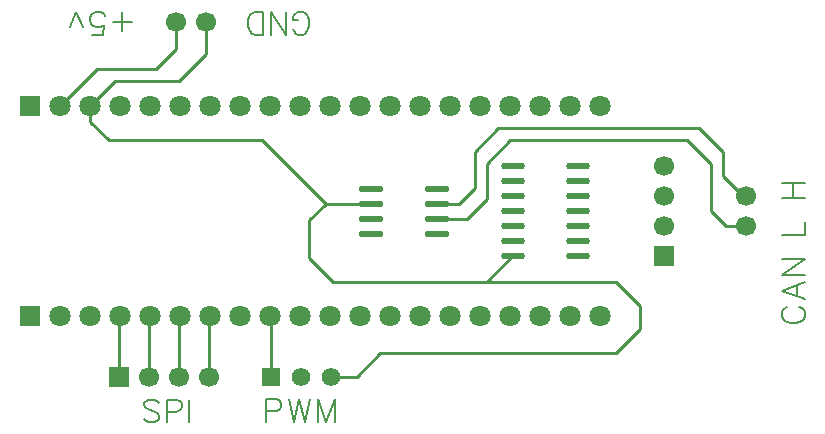
<source format=gtl>
G04 Layer: TopLayer*
G04 EasyEDA v6.5.50, 2025-06-24 16:33:47*
G04 5496cec8b1eb4744bb4034f485f85566,07aaf3ec58ed4e568cacc845e37e2e79,10*
G04 Gerber Generator version 0.2*
G04 Scale: 100 percent, Rotated: No, Reflected: No *
G04 Dimensions in millimeters *
G04 leading zeros omitted , absolute positions ,4 integer and 5 decimal *
%FSLAX45Y45*%
%MOMM*%

%ADD10C,0.2032*%
%ADD11C,0.2540*%
%ADD12O,2.0379944X0.5739892*%
%ADD13O,2.0450048X0.58801*%
%ADD14C,1.7000*%
%ADD15R,1.7000X1.7000*%
%ADD16R,1.8000X1.8000*%
%ADD17C,1.8000*%
%ADD18C,1.5748*%
%ADD19R,1.5748X1.5748*%
%ADD20C,0.6200*%
%ADD21C,0.0114*%

%LPD*%
D10*
X6546761Y1192552D02*
G01*
X6528219Y1183408D01*
X6509677Y1164866D01*
X6500533Y1146578D01*
X6500533Y1109494D01*
X6509677Y1090952D01*
X6528219Y1072664D01*
X6546761Y1063266D01*
X6574447Y1054122D01*
X6620675Y1054122D01*
X6648361Y1063266D01*
X6666903Y1072664D01*
X6685191Y1090952D01*
X6694589Y1109494D01*
X6694589Y1146578D01*
X6685191Y1164866D01*
X6666903Y1183408D01*
X6648361Y1192552D01*
X6500533Y1327426D02*
G01*
X6694589Y1253512D01*
X6500533Y1327426D02*
G01*
X6694589Y1401340D01*
X6629819Y1281198D02*
G01*
X6629819Y1373654D01*
X6500533Y1462300D02*
G01*
X6694589Y1462300D01*
X6500533Y1462300D02*
G01*
X6694589Y1591586D01*
X6500533Y1591586D02*
G01*
X6694589Y1591586D01*
X6500533Y1794786D02*
G01*
X6694589Y1794786D01*
X6694589Y1794786D02*
G01*
X6694589Y1905784D01*
X6500533Y2108984D02*
G01*
X6694589Y2108984D01*
X6500533Y2238270D02*
G01*
X6694589Y2238270D01*
X6592989Y2108984D02*
G01*
X6592989Y2238270D01*
X1229309Y377444D02*
G01*
X1210767Y395731D01*
X1183081Y405129D01*
X1146251Y405129D01*
X1118565Y395731D01*
X1100023Y377444D01*
X1100023Y358902D01*
X1109167Y340360D01*
X1118565Y331215D01*
X1136853Y321818D01*
X1192479Y303529D01*
X1210767Y294131D01*
X1220165Y284987D01*
X1229309Y266445D01*
X1229309Y238760D01*
X1210767Y220218D01*
X1183081Y211073D01*
X1146251Y211073D01*
X1118565Y220218D01*
X1100023Y238760D01*
X1290269Y405129D02*
G01*
X1290269Y211073D01*
X1290269Y405129D02*
G01*
X1373327Y405129D01*
X1401013Y395731D01*
X1410411Y386587D01*
X1419555Y368045D01*
X1419555Y340360D01*
X1410411Y321818D01*
X1401013Y312673D01*
X1373327Y303529D01*
X1290269Y303529D01*
X1480515Y405129D02*
G01*
X1480515Y211073D01*
X2133493Y408330D02*
G01*
X2133493Y214274D01*
X2133493Y408330D02*
G01*
X2216805Y408330D01*
X2244491Y398932D01*
X2253635Y389788D01*
X2262779Y371246D01*
X2262779Y343560D01*
X2253635Y325018D01*
X2244491Y315874D01*
X2216805Y306730D01*
X2133493Y306730D01*
X2323739Y408330D02*
G01*
X2369967Y214274D01*
X2416195Y408330D02*
G01*
X2369967Y214274D01*
X2416195Y408330D02*
G01*
X2462423Y214274D01*
X2508651Y408330D02*
G01*
X2462423Y214274D01*
X2569611Y408330D02*
G01*
X2569611Y214274D01*
X2569611Y408330D02*
G01*
X2643525Y214274D01*
X2717439Y408330D02*
G01*
X2643525Y214274D01*
X2717439Y408330D02*
G01*
X2717439Y214274D01*
X2361336Y3541115D02*
G01*
X2370734Y3522573D01*
X2389276Y3504285D01*
X2407564Y3494887D01*
X2444648Y3494887D01*
X2462936Y3504285D01*
X2481478Y3522573D01*
X2490876Y3541115D01*
X2500020Y3568801D01*
X2500020Y3615029D01*
X2490876Y3642715D01*
X2481478Y3661257D01*
X2462936Y3679799D01*
X2444648Y3688943D01*
X2407564Y3688943D01*
X2389276Y3679799D01*
X2370734Y3661257D01*
X2361336Y3642715D01*
X2361336Y3615029D01*
X2407564Y3615029D02*
G01*
X2361336Y3615029D01*
X2300376Y3494887D02*
G01*
X2300376Y3688943D01*
X2300376Y3494887D02*
G01*
X2171090Y3688943D01*
X2171090Y3494887D02*
G01*
X2171090Y3688943D01*
X2110130Y3494887D02*
G01*
X2110130Y3688943D01*
X2110130Y3494887D02*
G01*
X2045614Y3494887D01*
X2017928Y3504285D01*
X1999386Y3522573D01*
X1990242Y3541115D01*
X1980844Y3568801D01*
X1980844Y3615029D01*
X1990242Y3642715D01*
X1999386Y3661257D01*
X2017928Y3679799D01*
X2045614Y3688943D01*
X2110130Y3688943D01*
X916889Y3522573D02*
G01*
X916889Y3688943D01*
X999947Y3605885D02*
G01*
X833831Y3605885D01*
X661873Y3494887D02*
G01*
X754329Y3494887D01*
X763473Y3578199D01*
X754329Y3568801D01*
X726643Y3559657D01*
X698957Y3559657D01*
X671271Y3568801D01*
X652729Y3587343D01*
X643585Y3615029D01*
X643585Y3633571D01*
X652729Y3661257D01*
X671271Y3679799D01*
X698957Y3688943D01*
X726643Y3688943D01*
X754329Y3679799D01*
X763473Y3670401D01*
X772871Y3651859D01*
X582625Y3559657D02*
G01*
X526999Y3688943D01*
X471627Y3559657D02*
G01*
X526999Y3688943D01*
D11*
X390994Y2888993D02*
G01*
X701995Y3199993D01*
X1199997Y3199993D01*
X1372996Y3372993D01*
X1372996Y3599995D01*
X3577234Y2063495D02*
G01*
X3763492Y2063495D01*
X3899992Y2199995D01*
X3899992Y2499995D01*
X4099991Y2699994D01*
X5799988Y2699994D01*
X5999988Y2499995D01*
X5999988Y2299995D01*
X6172987Y2126995D01*
X6199987Y2126995D01*
X3577234Y1936495D02*
G01*
X3836492Y1936495D01*
X3999991Y2099995D01*
X3999991Y2399995D01*
X4199991Y2599994D01*
X5699988Y2599994D01*
X5899988Y2399995D01*
X5899988Y1999995D01*
X6026988Y1872995D01*
X6199987Y1872995D01*
X644994Y2888993D02*
G01*
X855995Y3099993D01*
X1399997Y3099993D01*
X1626996Y3326993D01*
X1626996Y3599995D01*
X898994Y1110998D02*
G01*
X888997Y1101001D01*
X888997Y599998D01*
X1152994Y1110998D02*
G01*
X1142997Y1101001D01*
X1142997Y599998D01*
X1406994Y1110998D02*
G01*
X1396997Y1101001D01*
X1396997Y599998D01*
X1660994Y1110998D02*
G01*
X1650997Y1101001D01*
X1650997Y599998D01*
X2171694Y599998D02*
G01*
X2171694Y1108298D01*
X2168994Y1110998D01*
X3999991Y1399997D02*
G01*
X5099989Y1399997D01*
X5299989Y1199997D01*
X5299989Y999997D01*
X5099989Y799998D01*
X3099993Y799998D01*
X2899994Y599998D01*
X2679694Y599998D01*
X2636520Y2063495D02*
G01*
X2100021Y2599994D01*
X799998Y2599994D01*
X644994Y2754998D01*
X644994Y2888993D01*
X3022752Y2063495D02*
G01*
X2636520Y2063495D01*
X2499995Y1926970D01*
X2499995Y1599996D01*
X2699994Y1399997D01*
X3999991Y1399997D01*
X4218990Y1618995D01*
X4223075Y1618995D01*
D12*
G01*
X4223075Y2380995D03*
G01*
X4223075Y2253995D03*
G01*
X4223075Y2126995D03*
G01*
X4223075Y1999995D03*
G01*
X4223075Y1872995D03*
G01*
X4223075Y1745995D03*
G01*
X4223075Y1618995D03*
G01*
X4776896Y2380995D03*
G01*
X4776896Y2253995D03*
G01*
X4776896Y2126995D03*
G01*
X4776896Y1999995D03*
G01*
X4776896Y1872995D03*
G01*
X4776896Y1745995D03*
G01*
X4776896Y1618995D03*
D13*
G01*
X3022752Y2190495D03*
G01*
X3022752Y2063495D03*
G01*
X3022752Y1936495D03*
G01*
X3022752Y1809495D03*
G01*
X3577234Y2190495D03*
G01*
X3577234Y2063495D03*
G01*
X3577234Y1936495D03*
G01*
X3577234Y1809495D03*
D14*
G01*
X6199987Y2126995D03*
G01*
X6199987Y1872995D03*
G01*
X1372996Y3599995D03*
G01*
X1626996Y3599995D03*
D15*
G01*
X5499988Y1618995D03*
D14*
G01*
X5499988Y1872995D03*
G01*
X5499988Y2126995D03*
G01*
X5499988Y2380995D03*
D15*
G01*
X888997Y599998D03*
D14*
G01*
X1142997Y599998D03*
G01*
X1396997Y599998D03*
G01*
X1650997Y599998D03*
D16*
G01*
X136994Y1110998D03*
D17*
G01*
X390994Y1110998D03*
G01*
X644994Y1110998D03*
G01*
X898994Y1110998D03*
G01*
X1152994Y1110998D03*
G01*
X1406994Y1110998D03*
G01*
X1660994Y1110998D03*
G01*
X1914994Y1110998D03*
G01*
X2168994Y1110998D03*
G01*
X2422994Y1110998D03*
G01*
X2676994Y1110998D03*
G01*
X2930994Y1110998D03*
G01*
X3184994Y1110998D03*
G01*
X3438994Y1110998D03*
G01*
X3692994Y1110998D03*
G01*
X3946994Y1110998D03*
G01*
X4200994Y1110998D03*
G01*
X4454994Y1110998D03*
G01*
X4708994Y1110998D03*
G01*
X4962994Y1110998D03*
D16*
G01*
X136994Y2888993D03*
D17*
G01*
X390994Y2888993D03*
G01*
X644994Y2888993D03*
G01*
X898994Y2888993D03*
G01*
X1152994Y2888993D03*
G01*
X1406994Y2888993D03*
G01*
X1660994Y2888993D03*
G01*
X1914994Y2888993D03*
G01*
X2168994Y2888993D03*
G01*
X2422994Y2888993D03*
G01*
X2676994Y2888993D03*
G01*
X2930994Y2888993D03*
G01*
X3184994Y2888993D03*
G01*
X3438994Y2888993D03*
G01*
X3692994Y2888993D03*
G01*
X3946994Y2888993D03*
G01*
X4200994Y2888993D03*
G01*
X4454994Y2888993D03*
G01*
X4708994Y2888993D03*
G01*
X4962994Y2888993D03*
D18*
G01*
X2679694Y599998D03*
G01*
X2425694Y599998D03*
D19*
G01*
X2171694Y599998D03*
D20*
G01*
X4776896Y2253995D03*
G01*
X4776896Y2126995D03*
G01*
X4776896Y1999995D03*
G01*
X4776896Y1872995D03*
G01*
X3022752Y1936495D03*
G01*
X4776896Y2380995D03*
G01*
X3022752Y2190495D03*
G01*
X4223075Y2380995D03*
G01*
X4223075Y2253995D03*
G01*
X3022752Y1809495D03*
M02*

</source>
